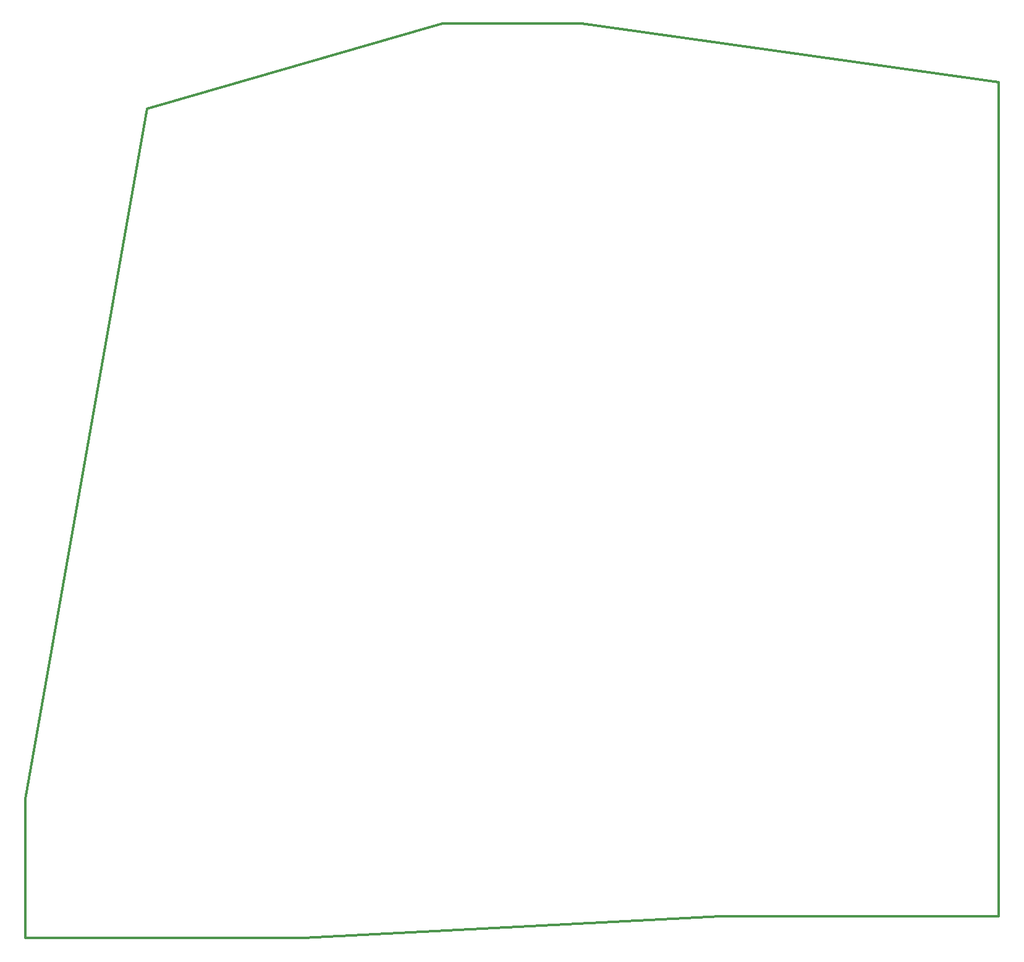
<source format=gm1>
G04 #@! TF.GenerationSoftware,KiCad,Pcbnew,5.1.5+dfsg1-2build2*
G04 #@! TF.CreationDate,2020-05-17T17:46:53-07:00*
G04 #@! TF.ProjectId,triad_right,74726961-645f-4726-9967-68742e6b6963,rev?*
G04 #@! TF.SameCoordinates,Original*
G04 #@! TF.FileFunction,Profile,NP*
%FSLAX46Y46*%
G04 Gerber Fmt 4.6, Leading zero omitted, Abs format (unit mm)*
G04 Created by KiCad (PCBNEW 5.1.5+dfsg1-2build2) date 2020-05-17 17:46:53*
%MOMM*%
%LPD*%
G04 APERTURE LIST*
%ADD10C,0.300000*%
G04 APERTURE END LIST*
D10*
X163125000Y-139650000D02*
X163125000Y-25350000D01*
X125025000Y-139650000D02*
X163125000Y-139650000D01*
X67875000Y-142650000D02*
X125025000Y-139650000D01*
X29775000Y-142650000D02*
X67875000Y-142650000D01*
X29775000Y-123600000D02*
X29775000Y-142650000D01*
X46449000Y-29036000D02*
X29775000Y-123600000D01*
X86925000Y-17350000D02*
X46449000Y-29036000D01*
X105975000Y-17350000D02*
X86925000Y-17350000D01*
X163125000Y-25350000D02*
X105975000Y-17350000D01*
M02*

</source>
